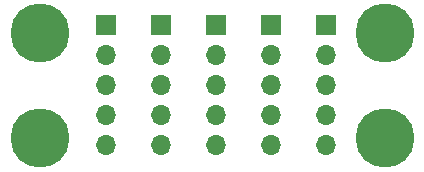
<source format=gbr>
%TF.GenerationSoftware,KiCad,Pcbnew,(5.1.10-1-10_14)*%
%TF.CreationDate,2021-09-08T14:02:43-07:00*%
%TF.ProjectId,i2c_header_x5,6932635f-6865-4616-9465-725f78352e6b,rev?*%
%TF.SameCoordinates,Original*%
%TF.FileFunction,Soldermask,Bot*%
%TF.FilePolarity,Negative*%
%FSLAX46Y46*%
G04 Gerber Fmt 4.6, Leading zero omitted, Abs format (unit mm)*
G04 Created by KiCad (PCBNEW (5.1.10-1-10_14)) date 2021-09-08 14:02:43*
%MOMM*%
%LPD*%
G01*
G04 APERTURE LIST*
%ADD10R,1.700000X1.700000*%
%ADD11O,1.700000X1.700000*%
%ADD12C,5.000000*%
G04 APERTURE END LIST*
D10*
%TO.C,SCL*%
X170715001Y-93265001D03*
D11*
X170715001Y-95805001D03*
X170715001Y-98345001D03*
X170715001Y-100885001D03*
X170715001Y-103425001D03*
%TD*%
%TO.C,SDA*%
X175365001Y-103425001D03*
X175365001Y-100885001D03*
X175365001Y-98345001D03*
X175365001Y-95805001D03*
D10*
X175365001Y-93265001D03*
%TD*%
D12*
%TO.C,REF\u002A\u002A*%
X151130000Y-93980000D03*
%TD*%
%TO.C,REF\u002A\u002A*%
X151130000Y-102870000D03*
%TD*%
%TO.C,REF\u002A\u002A*%
X180340000Y-102870000D03*
%TD*%
%TO.C,REF\u002A\u002A*%
X180340000Y-93980000D03*
%TD*%
D11*
%TO.C,3V3*%
X156765001Y-103425001D03*
X156765001Y-100885001D03*
X156765001Y-98345001D03*
X156765001Y-95805001D03*
D10*
X156765001Y-93265001D03*
%TD*%
%TO.C,5V*%
X161415001Y-93265001D03*
D11*
X161415001Y-95805001D03*
X161415001Y-98345001D03*
X161415001Y-100885001D03*
X161415001Y-103425001D03*
%TD*%
D10*
%TO.C,GND*%
X166065001Y-93265001D03*
D11*
X166065001Y-95805001D03*
X166065001Y-98345001D03*
X166065001Y-100885001D03*
X166065001Y-103425001D03*
%TD*%
M02*

</source>
